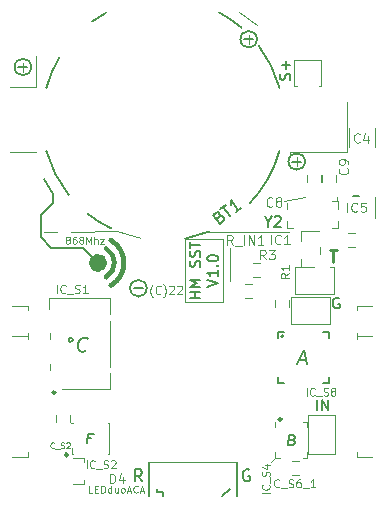
<source format=gto>
%TF.GenerationSoftware,KiCad,Pcbnew,(5.1.12)-1*%
%TF.CreationDate,2023-02-20T19:38:16+01:00*%
%TF.ProjectId,SolarSensorTagEFM32,536f6c61-7253-4656-9e73-6f7254616745,rev?*%
%TF.SameCoordinates,Original*%
%TF.FileFunction,Legend,Top*%
%TF.FilePolarity,Positive*%
%FSLAX46Y46*%
G04 Gerber Fmt 4.6, Leading zero omitted, Abs format (unit mm)*
G04 Created by KiCad (PCBNEW (5.1.12)-1) date 2023-02-20 19:38:16*
%MOMM*%
%LPD*%
G01*
G04 APERTURE LIST*
%ADD10C,0.120000*%
%ADD11C,0.200000*%
%ADD12C,0.150000*%
%ADD13C,0.250000*%
%ADD14C,0.800000*%
%ADD15C,0.400000*%
%ADD16C,0.240000*%
%ADD17C,0.100000*%
%ADD18R,1.200000X0.900000*%
%ADD19C,2.200000*%
%ADD20R,2.600000X5.100000*%
%ADD21C,17.000000*%
%ADD22C,1.850000*%
%ADD23R,1.500000X1.500000*%
%ADD24O,1.700000X1.700000*%
%ADD25C,1.700000*%
%ADD26R,0.800000X1.200000*%
%ADD27R,0.650000X1.200000*%
%ADD28R,0.600000X1.200000*%
%ADD29R,0.800000X1.800000*%
%ADD30R,1.700000X2.000000*%
%ADD31R,0.800000X0.800000*%
%ADD32R,0.350000X0.500000*%
%ADD33R,1.700000X1.700000*%
%ADD34R,0.900000X1.200000*%
G04 APERTURE END LIST*
D10*
X-3351866Y-1751733D02*
X-3385199Y-1718400D01*
X-3451866Y-1618400D01*
X-3485199Y-1551733D01*
X-3518533Y-1451733D01*
X-3551866Y-1285066D01*
X-3551866Y-1151733D01*
X-3518533Y-985066D01*
X-3485199Y-885066D01*
X-3451866Y-818400D01*
X-3385199Y-718400D01*
X-3351866Y-685066D01*
X-2685200Y-1418400D02*
X-2718533Y-1451733D01*
X-2818533Y-1485066D01*
X-2885200Y-1485066D01*
X-2985200Y-1451733D01*
X-3051866Y-1385066D01*
X-3085200Y-1318400D01*
X-3118533Y-1185066D01*
X-3118533Y-1085066D01*
X-3085200Y-951733D01*
X-3051866Y-885066D01*
X-2985200Y-818400D01*
X-2885200Y-785066D01*
X-2818533Y-785066D01*
X-2718533Y-818400D01*
X-2685200Y-851733D01*
X-2451866Y-1751733D02*
X-2418533Y-1718400D01*
X-2351866Y-1618400D01*
X-2318533Y-1551733D01*
X-2285200Y-1451733D01*
X-2251866Y-1285066D01*
X-2251866Y-1151733D01*
X-2285200Y-985066D01*
X-2318533Y-885066D01*
X-2351866Y-818400D01*
X-2418533Y-718400D01*
X-2451866Y-685066D01*
X-1951866Y-851733D02*
X-1918533Y-818400D01*
X-1851866Y-785066D01*
X-1685200Y-785066D01*
X-1618533Y-818400D01*
X-1585200Y-851733D01*
X-1551866Y-918400D01*
X-1551866Y-985066D01*
X-1585200Y-1085066D01*
X-1985200Y-1485066D01*
X-1551866Y-1485066D01*
X-1285200Y-851733D02*
X-1251866Y-818400D01*
X-1185200Y-785066D01*
X-1018533Y-785066D01*
X-951866Y-818400D01*
X-918533Y-851733D01*
X-885200Y-918400D01*
X-885200Y-985066D01*
X-918533Y-1085066D01*
X-1318533Y-1485066D01*
X-885200Y-1485066D01*
D11*
X-11938000Y2413000D02*
X-9271000Y2413000D01*
D10*
X3200400Y-431800D02*
X3200400Y2362200D01*
X7035800Y-15316200D02*
X6629400Y-15748000D01*
X7747000Y6375400D02*
X9550400Y6705600D01*
D11*
X-9271000Y2413000D02*
X-8001000Y1143000D01*
X-11811000Y6985000D02*
X-11811000Y6223000D01*
X-12827000Y3302000D02*
X-11938000Y2413000D01*
X-12827000Y5207000D02*
X-12827000Y3302000D01*
X-11811000Y6223000D02*
X-12827000Y5207000D01*
X-12573000Y8255000D02*
X-11811000Y6985000D01*
D10*
X2625000Y3160000D02*
X-635000Y3160000D01*
X2625000Y-2200000D02*
X2625000Y3160000D01*
X-635000Y-2200000D02*
X2625000Y-2200000D01*
X-635000Y3200000D02*
X-635000Y-2200000D01*
D12*
X673142Y-1806285D02*
X-226857Y-1806285D01*
X201714Y-1806285D02*
X201714Y-1291999D01*
X673142Y-1291999D02*
X-226857Y-1291999D01*
X673142Y-863428D02*
X-226857Y-863428D01*
X415999Y-563428D01*
X-226857Y-263428D01*
X673142Y-263428D01*
X630285Y808000D02*
X673142Y936571D01*
X673142Y1150857D01*
X630285Y1236571D01*
X587428Y1279428D01*
X501714Y1322285D01*
X416000Y1322285D01*
X330285Y1279428D01*
X287428Y1236571D01*
X244571Y1150857D01*
X201714Y979428D01*
X158857Y893714D01*
X116000Y850857D01*
X30285Y808000D01*
X-55428Y808000D01*
X-141142Y850857D01*
X-184000Y893714D01*
X-226857Y979428D01*
X-226857Y1193714D01*
X-183999Y1322285D01*
X630285Y1665142D02*
X673142Y1793714D01*
X673142Y2008000D01*
X630285Y2093714D01*
X587428Y2136571D01*
X501714Y2179428D01*
X416000Y2179428D01*
X330285Y2136571D01*
X287428Y2093714D01*
X244571Y2008000D01*
X201714Y1836571D01*
X158857Y1750857D01*
X116000Y1708000D01*
X30285Y1665142D01*
X-55428Y1665142D01*
X-141142Y1708000D01*
X-183999Y1750857D01*
X-226857Y1836571D01*
X-226857Y2050857D01*
X-183999Y2179428D01*
X-226857Y2436571D02*
X-226857Y2950857D01*
X673142Y2693714D02*
X-226857Y2693714D01*
X1273142Y-863428D02*
X2173142Y-563428D01*
X1273142Y-263428D01*
X2173142Y507999D02*
X2173142Y-6285D01*
X2173142Y250857D02*
X1273142Y250857D01*
X1401714Y165142D01*
X1487428Y79428D01*
X1530285Y-6285D01*
X2087428Y893714D02*
X2130285Y936571D01*
X2173142Y893714D01*
X2130285Y850857D01*
X2087428Y893714D01*
X2173142Y893714D01*
X1273142Y1493714D02*
X1273142Y1579428D01*
X1316000Y1665142D01*
X1358857Y1707999D01*
X1444571Y1750857D01*
X1616000Y1793714D01*
X1830285Y1793714D01*
X2001714Y1750857D01*
X2087428Y1707999D01*
X2130285Y1665142D01*
X2173142Y1579428D01*
X2173142Y1493714D01*
X2130285Y1407999D01*
X2087428Y1365142D01*
X2001714Y1322285D01*
X1830285Y1279428D01*
X1616000Y1279428D01*
X1444571Y1322285D01*
X1358857Y1365142D01*
X1316000Y1407999D01*
X1273142Y1493714D01*
X-4953000Y-1016000D02*
X-4191000Y-1016000D01*
D10*
X8826500Y9334500D02*
X8826500Y10096500D01*
D12*
X9526500Y9726500D02*
G75*
G03*
X9526500Y9726500I-700000J0D01*
G01*
X8445500Y9715500D02*
X9207500Y9715500D01*
D10*
X4762500Y19685000D02*
X4762500Y20447000D01*
D12*
X5462500Y20077000D02*
G75*
G03*
X5462500Y20077000I-700000J0D01*
G01*
X4381500Y20066000D02*
X5143500Y20066000D01*
D10*
X-14351000Y17335500D02*
X-14351000Y18097500D01*
D12*
X-14732000Y17716500D02*
X-13970000Y17716500D01*
X-13651000Y17727500D02*
G75*
G03*
X-13651000Y17727500I-700000J0D01*
G01*
X-3872000Y-1005000D02*
G75*
G03*
X-3872000Y-1005000I-700000J0D01*
G01*
D11*
X8238285Y16648214D02*
X8281142Y16776785D01*
X8281142Y16991071D01*
X8238285Y17076785D01*
X8195428Y17119642D01*
X8109714Y17162500D01*
X8024000Y17162500D01*
X7938285Y17119642D01*
X7895428Y17076785D01*
X7852571Y16991071D01*
X7809714Y16819642D01*
X7766857Y16733928D01*
X7724000Y16691071D01*
X7638285Y16648214D01*
X7552571Y16648214D01*
X7466857Y16691071D01*
X7424000Y16733928D01*
X7381142Y16819642D01*
X7381142Y17033928D01*
X7424000Y17162500D01*
X7938285Y17548214D02*
X7938285Y18233928D01*
X8281142Y17891071D02*
X7595428Y17891071D01*
D12*
X-8547187Y-13712857D02*
X-8880520Y-13712857D01*
X-8932901Y-14131904D02*
X-8832901Y-13331904D01*
X-8356711Y-13331904D01*
D11*
X-10291607Y-5182857D02*
X-10413035Y-5240000D01*
X-10484464Y-5354285D01*
X-10441607Y-5468571D01*
X-10334464Y-5525714D01*
X-10213035Y-5468571D01*
X-10141607Y-5354285D01*
X-10184464Y-5240000D01*
X-10291607Y-5182857D01*
X-8998750Y-6268571D02*
X-9063035Y-6325714D01*
X-9241607Y-6382857D01*
X-9355892Y-6382857D01*
X-9520178Y-6325714D01*
X-9620178Y-6211428D01*
X-9663035Y-6097142D01*
X-9691607Y-5868571D01*
X-9670178Y-5697142D01*
X-9584464Y-5468571D01*
X-9513035Y-5354285D01*
X-9384464Y-5240000D01*
X-9205892Y-5182857D01*
X-9091607Y-5182857D01*
X-8927321Y-5240000D01*
X-8877321Y-5297142D01*
X4833904Y-16391000D02*
X4738666Y-16343380D01*
X4595809Y-16343380D01*
X4452952Y-16391000D01*
X4357714Y-16486238D01*
X4310095Y-16581476D01*
X4262476Y-16771952D01*
X4262476Y-16914809D01*
X4310095Y-17105285D01*
X4357714Y-17200523D01*
X4452952Y-17295761D01*
X4595809Y-17343380D01*
X4691047Y-17343380D01*
X4833904Y-17295761D01*
X4881523Y-17248142D01*
X4881523Y-16914809D01*
X4691047Y-16914809D01*
X-4262476Y-17343380D02*
X-4595809Y-16867190D01*
X-4833904Y-17343380D02*
X-4833904Y-16343380D01*
X-4452952Y-16343380D01*
X-4357714Y-16391000D01*
X-4310095Y-16438619D01*
X-4262476Y-16533857D01*
X-4262476Y-16676714D01*
X-4310095Y-16771952D01*
X-4357714Y-16819571D01*
X-4452952Y-16867190D01*
X-4833904Y-16867190D01*
D12*
X8449151Y-13835714D02*
X8586651Y-13878571D01*
X8628913Y-13921428D01*
X8665818Y-14007142D01*
X8649747Y-14135714D01*
X8591413Y-14221428D01*
X8538437Y-14264285D01*
X8437842Y-14307142D01*
X8056889Y-14307142D01*
X8169389Y-13407142D01*
X8502723Y-13407142D01*
X8592604Y-13450000D01*
X8634866Y-13492857D01*
X8671770Y-13578571D01*
X8661056Y-13664285D01*
X8602723Y-13750000D01*
X8549747Y-13792857D01*
X8449151Y-13835714D01*
X8115818Y-13835714D01*
X9037598Y-7058000D02*
X9609026Y-7058000D01*
X8880455Y-7400857D02*
X9430455Y-6200857D01*
X9680455Y-7400857D01*
X10577571Y-11329142D02*
X10577571Y-10429142D01*
X11006142Y-11329142D02*
X11006142Y-10429142D01*
X11520428Y-11329142D01*
X11520428Y-10429142D01*
D11*
X12453904Y-1850000D02*
X12358666Y-1807142D01*
X12215809Y-1807142D01*
X12072952Y-1850000D01*
X11977714Y-1935714D01*
X11930095Y-2021428D01*
X11882476Y-2192857D01*
X11882476Y-2321428D01*
X11930095Y-2492857D01*
X11977714Y-2578571D01*
X12072952Y-2664285D01*
X12215809Y-2707142D01*
X12311047Y-2707142D01*
X12453904Y-2664285D01*
X12501523Y-2621428D01*
X12501523Y-2321428D01*
X12311047Y-2321428D01*
D13*
X11652285Y2198619D02*
X12223714Y2198619D01*
X11938000Y1198619D02*
X11938000Y2198619D01*
D10*
%TO.C,D7*%
X13762000Y2448000D02*
X13162000Y2448000D01*
X13162000Y3648000D02*
X13762000Y3648000D01*
D14*
%TO.C,RF1*%
X-7601000Y1143000D02*
G75*
G03*
X-7601000Y1143000I-400000J0D01*
G01*
D15*
X-6896891Y3050628D02*
G75*
G02*
X-6901000Y-767000I-1104109J-1907628D01*
G01*
X-7303109Y2354218D02*
G75*
G02*
X-7301000Y-67000I-697891J-1211218D01*
G01*
D10*
%TO.C,IC_S2*%
X-7026000Y-14916000D02*
X-7026000Y-12416000D01*
X-10136000Y-12416000D02*
X-10246000Y-12416000D01*
X-10136000Y-15016000D02*
X-10236000Y-15016000D01*
X-10236000Y-15016000D02*
X-10236000Y-14516000D01*
X-7026000Y-15016000D02*
X-7136000Y-15016000D01*
X-7036000Y-12416000D02*
X-7136000Y-12416000D01*
D16*
X-10548000Y-15113000D02*
G75*
G03*
X-10548000Y-15113000I-120000J0D01*
G01*
D10*
%TO.C,BT1*%
X8250000Y10550000D02*
X8250000Y10100000D01*
X5501000Y21301000D02*
X3977000Y22350000D01*
X8200000Y3800000D02*
X1400000Y3800000D01*
X-12533000Y3800000D02*
X-11500000Y3800000D01*
X8250000Y10550000D02*
X13050000Y10550000D01*
X13050000Y10550000D02*
X13050000Y14800000D01*
X-13250000Y16050000D02*
X-15454000Y16050000D01*
X-15454000Y10550000D02*
X-13250000Y10550000D01*
X-13250000Y16050000D02*
X-13250000Y18634000D01*
X-10300000Y3800000D02*
X-6346385Y3801464D01*
X-4393045Y3228592D02*
G75*
G02*
X-6346385Y3801464I1893045J10071408D01*
G01*
D12*
X1408675Y3795146D02*
G75*
G02*
X-600000Y3200000I-3908675J9504854D01*
G01*
X7362705Y10606188D02*
G75*
G02*
X4845000Y6188001I-9862705J2693812D01*
G01*
X5617898Y19515265D02*
G75*
G02*
X7370000Y15966999I-8117898J-6215265D01*
G01*
X2272138Y22340553D02*
G75*
G02*
X4170000Y21047000I-4772138J-9040553D01*
G01*
X-8489571Y21583449D02*
G75*
G02*
X-7315000Y22316999I5989571J-8283449D01*
G01*
X-12369058Y15957054D02*
G75*
G02*
X-11275000Y18540000I9869058J-2657054D01*
G01*
X-10465596Y6890704D02*
G75*
G02*
X-12370000Y10633001I7965596J6409296D01*
G01*
X-6871970Y4057459D02*
G75*
G02*
X-8867000Y5300000I4371970J9242541D01*
G01*
D11*
%TO.C,IC_S8*%
X7698000Y-5058000D02*
G75*
G03*
X7698000Y-5058000I-100000J0D01*
G01*
D12*
X11548000Y-4708000D02*
X11548000Y-5208000D01*
X7248000Y-9008000D02*
X7248000Y-8508000D01*
X11548000Y-9008000D02*
X11548000Y-8508000D01*
X7248000Y-4708000D02*
X7748000Y-4708000D01*
X7248000Y-9008000D02*
X7748000Y-9008000D01*
X11548000Y-9008000D02*
X11048000Y-9008000D01*
X11548000Y-4708000D02*
X11048000Y-4708000D01*
X7248000Y-4708000D02*
X7248000Y-5208000D01*
D16*
%TO.C,IC_S1*%
X-11605000Y-9815000D02*
G75*
G03*
X-11605000Y-9815000I-120000J0D01*
G01*
D10*
X-6965000Y-5715000D02*
X-6965000Y-3765000D01*
X-6965000Y-5715000D02*
X-6965000Y-7665000D01*
X-12085000Y-5315000D02*
X-12085000Y-4815000D01*
X-12085000Y-7415000D02*
X-12085000Y-7915000D01*
X-6950000Y-9565000D02*
X-11075000Y-9565000D01*
X-6950000Y-9565000D02*
X-6950000Y-8215000D01*
X-6975000Y-3190000D02*
X-6975000Y-1865000D01*
X-6975000Y-1865000D02*
X-12100000Y-1865000D01*
X-12100000Y-2740000D02*
X-12100000Y-1865000D01*
D12*
%TO.C,D4*%
X3200000Y-17991000D02*
X2500000Y-18591000D01*
X-2500000Y-18291000D02*
X-2500000Y-18591000D01*
X-3000000Y-18291000D02*
X-2500000Y-18291000D01*
X-3000000Y-17991000D02*
X-3000000Y-18291000D01*
X-3700000Y-15691000D02*
X-3700000Y-18591000D01*
X3800000Y-15691000D02*
X3800000Y-18591000D01*
D10*
X-3700000Y-15691000D02*
X3800000Y-15691000D01*
%TO.C,J2*%
X-9170000Y-17270000D02*
X-9170000Y-17600000D01*
X-9170000Y-15400000D02*
X-10100000Y-15400000D01*
X-9170000Y-15750000D02*
X-9170000Y-15420000D01*
X-10100000Y-17600000D02*
X-9170000Y-17600000D01*
%TO.C,SP1*%
X10721000Y16095000D02*
X10921000Y16095000D01*
X8621000Y16095000D02*
X8821000Y16095000D01*
X8621000Y18288000D02*
X8621000Y16095000D01*
X10921000Y18281000D02*
X10921000Y16095000D01*
X8621000Y18288000D02*
X10921000Y18288000D01*
%TO.C,R3*%
X5697500Y-28500D02*
X5097500Y-28500D01*
X5097500Y1171500D02*
X5697500Y1171500D01*
D12*
%TO.C,IC5*%
X13593000Y6842000D02*
X14093000Y6842000D01*
D10*
X12233000Y6742000D02*
X12233000Y6392000D01*
X15453000Y4942000D02*
X15453000Y6742000D01*
%TO.C,Y2*%
X8010000Y4057000D02*
X8518000Y4057000D01*
X8010000Y5715000D02*
X8010000Y6223000D01*
X8010000Y4057000D02*
X8010000Y4707000D01*
X12310000Y4057000D02*
X12310000Y4699000D01*
X11802000Y6357000D02*
X12310000Y6357000D01*
X12310000Y5715000D02*
X12310000Y6357000D01*
X11802000Y4057000D02*
X12310000Y4057000D01*
%TO.C,TA1*%
X11662400Y762000D02*
X11962400Y762000D01*
X8662400Y-1524000D02*
X11962400Y-1524000D01*
X8662400Y762000D02*
X8662400Y-1524000D01*
X11962400Y762000D02*
X11962400Y-1524000D01*
X8662400Y762000D02*
X10312400Y762000D01*
%TO.C,C4*%
X13281000Y10966800D02*
X13281000Y12566800D01*
X15421000Y12566800D02*
X15421000Y10966800D01*
%TO.C,IC1*%
X10785500Y1925000D02*
X10785500Y2525000D01*
X9225500Y3805000D02*
X10685500Y3805000D01*
X9235500Y775000D02*
X9235500Y1475000D01*
X9225500Y3805000D02*
X9225500Y2975000D01*
D16*
%TO.C,IC_S4*%
X7552000Y-12093000D02*
G75*
G03*
X7552000Y-12093000I-120000J0D01*
G01*
D17*
X7032000Y-15343000D02*
X7382000Y-15343000D01*
X7032000Y-15343000D02*
X7032000Y-14893000D01*
X9732000Y-15343000D02*
X9732000Y-14893000D01*
X9732000Y-15343000D02*
X9382000Y-15343000D01*
X9382000Y-12343000D02*
X9732000Y-12343000D01*
X9732000Y-12343000D02*
X9732000Y-12793000D01*
X7032000Y-12793000D02*
X7032000Y-12343000D01*
D10*
%TO.C,J1*%
X-13910000Y-4810000D02*
X-13910000Y-5310000D01*
X-13910000Y-2480000D02*
X-15240000Y-2480000D01*
X-13910000Y-2810000D02*
X-13910000Y-2480000D01*
X-15240000Y-5080000D02*
X-13910000Y-5080000D01*
X-13910000Y-14910000D02*
X-13910000Y-15300000D01*
X-15240000Y-15300000D02*
X-13910000Y-15300000D01*
%TO.C,J5*%
X13910000Y-4810000D02*
X13910000Y-5310000D01*
X13910000Y-2480000D02*
X15240000Y-2480000D01*
X13910000Y-2810000D02*
X13910000Y-2480000D01*
X15240000Y-5080000D02*
X13910000Y-5080000D01*
X13910000Y-14910000D02*
X13910000Y-15300000D01*
X15240000Y-15300000D02*
X13910000Y-15300000D01*
%TO.C,C8*%
X9661600Y7962800D02*
X9661600Y8562800D01*
X10861600Y8562800D02*
X10861600Y7962800D01*
%TO.C,R_IN1*%
X4475200Y-670000D02*
X5075200Y-670000D01*
X5075200Y-1870000D02*
X4475200Y-1870000D01*
%TO.C,C9*%
X10982400Y7980400D02*
X10982400Y8580400D01*
X12182400Y8580400D02*
X12182400Y7980400D01*
%TO.C,R1*%
X8220000Y-1986000D02*
X8220000Y-2586000D01*
X7020000Y-2586000D02*
X7020000Y-1986000D01*
%TO.C,C_S6_1*%
X8404400Y-15605200D02*
X9004400Y-15605200D01*
X9004400Y-16805200D02*
X8404400Y-16805200D01*
%TO.C,C_S2*%
X-11522000Y-12365000D02*
X-11522000Y-11765000D01*
X-10322000Y-11765000D02*
X-10322000Y-12365000D01*
%TO.C,IN1*%
X12065000Y-11760200D02*
X12065000Y-15062200D01*
X12065000Y-15062200D02*
X9779000Y-15062200D01*
X12065000Y-11760200D02*
X9779000Y-11760200D01*
X9779000Y-11760200D02*
X9779000Y-15062200D01*
%TO.C,SP2*%
X8382000Y-4064000D02*
X11684000Y-4064000D01*
X8382000Y-1778000D02*
X8382000Y-4064000D01*
X11684000Y-1778000D02*
X11684000Y-4064000D01*
X8382000Y-1778000D02*
X11684000Y-1778000D01*
%TO.C,RF1*%
D17*
X-10605600Y3119428D02*
X-10662742Y3148000D01*
X-10691314Y3176571D01*
X-10719885Y3233714D01*
X-10719885Y3262285D01*
X-10691314Y3319428D01*
X-10662742Y3348000D01*
X-10605600Y3376571D01*
X-10491314Y3376571D01*
X-10434171Y3348000D01*
X-10405600Y3319428D01*
X-10377028Y3262285D01*
X-10377028Y3233714D01*
X-10405600Y3176571D01*
X-10434171Y3148000D01*
X-10491314Y3119428D01*
X-10605600Y3119428D01*
X-10662742Y3090857D01*
X-10691314Y3062285D01*
X-10719885Y3005142D01*
X-10719885Y2890857D01*
X-10691314Y2833714D01*
X-10662742Y2805142D01*
X-10605600Y2776571D01*
X-10491314Y2776571D01*
X-10434171Y2805142D01*
X-10405600Y2833714D01*
X-10377028Y2890857D01*
X-10377028Y3005142D01*
X-10405600Y3062285D01*
X-10434171Y3090857D01*
X-10491314Y3119428D01*
X-9862742Y3376571D02*
X-9977028Y3376571D01*
X-10034171Y3348000D01*
X-10062742Y3319428D01*
X-10119885Y3233714D01*
X-10148457Y3119428D01*
X-10148457Y2890857D01*
X-10119885Y2833714D01*
X-10091314Y2805142D01*
X-10034171Y2776571D01*
X-9919885Y2776571D01*
X-9862742Y2805142D01*
X-9834171Y2833714D01*
X-9805600Y2890857D01*
X-9805600Y3033714D01*
X-9834171Y3090857D01*
X-9862742Y3119428D01*
X-9919885Y3148000D01*
X-10034171Y3148000D01*
X-10091314Y3119428D01*
X-10119885Y3090857D01*
X-10148457Y3033714D01*
X-9462742Y3119428D02*
X-9519885Y3148000D01*
X-9548457Y3176571D01*
X-9577028Y3233714D01*
X-9577028Y3262285D01*
X-9548457Y3319428D01*
X-9519885Y3348000D01*
X-9462742Y3376571D01*
X-9348457Y3376571D01*
X-9291314Y3348000D01*
X-9262742Y3319428D01*
X-9234171Y3262285D01*
X-9234171Y3233714D01*
X-9262742Y3176571D01*
X-9291314Y3148000D01*
X-9348457Y3119428D01*
X-9462742Y3119428D01*
X-9519885Y3090857D01*
X-9548457Y3062285D01*
X-9577028Y3005142D01*
X-9577028Y2890857D01*
X-9548457Y2833714D01*
X-9519885Y2805142D01*
X-9462742Y2776571D01*
X-9348457Y2776571D01*
X-9291314Y2805142D01*
X-9262742Y2833714D01*
X-9234171Y2890857D01*
X-9234171Y3005142D01*
X-9262742Y3062285D01*
X-9291314Y3090857D01*
X-9348457Y3119428D01*
X-8977028Y2776571D02*
X-8977028Y3376571D01*
X-8777028Y2948000D01*
X-8577028Y3376571D01*
X-8577028Y2776571D01*
X-8291314Y2776571D02*
X-8291314Y3376571D01*
X-8034171Y2776571D02*
X-8034171Y3090857D01*
X-8062742Y3148000D01*
X-8119885Y3176571D01*
X-8205600Y3176571D01*
X-8262742Y3148000D01*
X-8291314Y3119428D01*
X-7805600Y3176571D02*
X-7491314Y3176571D01*
X-7805600Y2776571D01*
X-7491314Y2776571D01*
%TO.C,IC_S2*%
X-8957000Y-16224371D02*
X-8957000Y-15564371D01*
X-8265571Y-16161514D02*
X-8297000Y-16192942D01*
X-8391285Y-16224371D01*
X-8454142Y-16224371D01*
X-8548428Y-16192942D01*
X-8611285Y-16130085D01*
X-8642714Y-16067228D01*
X-8674142Y-15941514D01*
X-8674142Y-15847228D01*
X-8642714Y-15721514D01*
X-8611285Y-15658657D01*
X-8548428Y-15595800D01*
X-8454142Y-15564371D01*
X-8391285Y-15564371D01*
X-8297000Y-15595800D01*
X-8265571Y-15627228D01*
X-8139857Y-16287228D02*
X-7637000Y-16287228D01*
X-7511285Y-16192942D02*
X-7417000Y-16224371D01*
X-7259857Y-16224371D01*
X-7197000Y-16192942D01*
X-7165571Y-16161514D01*
X-7134142Y-16098657D01*
X-7134142Y-16035800D01*
X-7165571Y-15972942D01*
X-7197000Y-15941514D01*
X-7259857Y-15910085D01*
X-7385571Y-15878657D01*
X-7448428Y-15847228D01*
X-7479857Y-15815800D01*
X-7511285Y-15752942D01*
X-7511285Y-15690085D01*
X-7479857Y-15627228D01*
X-7448428Y-15595800D01*
X-7385571Y-15564371D01*
X-7228428Y-15564371D01*
X-7134142Y-15595800D01*
X-6882714Y-15627228D02*
X-6851285Y-15595800D01*
X-6788428Y-15564371D01*
X-6631285Y-15564371D01*
X-6568428Y-15595800D01*
X-6537000Y-15627228D01*
X-6505571Y-15690085D01*
X-6505571Y-15752942D01*
X-6537000Y-15847228D01*
X-6914142Y-16224371D01*
X-6505571Y-16224371D01*
%TO.C,BT1*%
D12*
X2257872Y5033552D02*
X2399763Y5083979D01*
X2466604Y5075772D01*
X2562763Y5030041D01*
X2650714Y4917468D01*
X2671825Y4813102D01*
X2663617Y4746260D01*
X2617886Y4650102D01*
X2317691Y4415564D01*
X1702030Y5203575D01*
X1964700Y5408795D01*
X2069066Y5429905D01*
X2135908Y5421698D01*
X2232066Y5375967D01*
X2290701Y5300918D01*
X2311811Y5196552D01*
X2303604Y5129711D01*
X2257872Y5033552D01*
X1995202Y4828331D01*
X2377468Y5731285D02*
X2827760Y6083091D01*
X3218275Y5119177D02*
X2602614Y5907188D01*
X4118859Y5822790D02*
X3668567Y5470984D01*
X3893713Y5646887D02*
X3278051Y6434898D01*
X3290954Y6263690D01*
X3274540Y6130007D01*
X3228809Y6033848D01*
%TO.C,IC_S8*%
D17*
X9661199Y-10102971D02*
X9661199Y-9442971D01*
X10352628Y-10040114D02*
X10321199Y-10071542D01*
X10226914Y-10102971D01*
X10164057Y-10102971D01*
X10069771Y-10071542D01*
X10006914Y-10008685D01*
X9975485Y-9945828D01*
X9944057Y-9820114D01*
X9944057Y-9725828D01*
X9975485Y-9600114D01*
X10006914Y-9537257D01*
X10069771Y-9474400D01*
X10164057Y-9442971D01*
X10226914Y-9442971D01*
X10321199Y-9474400D01*
X10352628Y-9505828D01*
X10478342Y-10165828D02*
X10981200Y-10165828D01*
X11106914Y-10071542D02*
X11201200Y-10102971D01*
X11358342Y-10102971D01*
X11421200Y-10071542D01*
X11452628Y-10040114D01*
X11484057Y-9977257D01*
X11484057Y-9914400D01*
X11452628Y-9851542D01*
X11421200Y-9820114D01*
X11358342Y-9788685D01*
X11232628Y-9757257D01*
X11169771Y-9725828D01*
X11138342Y-9694400D01*
X11106914Y-9631542D01*
X11106914Y-9568685D01*
X11138342Y-9505828D01*
X11169771Y-9474400D01*
X11232628Y-9442971D01*
X11389771Y-9442971D01*
X11484057Y-9474400D01*
X11861200Y-9725828D02*
X11798342Y-9694400D01*
X11766914Y-9662971D01*
X11735485Y-9600114D01*
X11735485Y-9568685D01*
X11766914Y-9505828D01*
X11798342Y-9474400D01*
X11861200Y-9442971D01*
X11986914Y-9442971D01*
X12049771Y-9474400D01*
X12081200Y-9505828D01*
X12112628Y-9568685D01*
X12112628Y-9600114D01*
X12081200Y-9662971D01*
X12049771Y-9694400D01*
X11986914Y-9725828D01*
X11861200Y-9725828D01*
X11798342Y-9757257D01*
X11766914Y-9788685D01*
X11735485Y-9851542D01*
X11735485Y-9977257D01*
X11766914Y-10040114D01*
X11798342Y-10071542D01*
X11861200Y-10102971D01*
X11986914Y-10102971D01*
X12049771Y-10071542D01*
X12081200Y-10040114D01*
X12112628Y-9977257D01*
X12112628Y-9851542D01*
X12081200Y-9788685D01*
X12049771Y-9757257D01*
X11986914Y-9725828D01*
%TO.C,IC_S1*%
D10*
X-11468733Y-1408866D02*
X-11468733Y-708866D01*
X-10735400Y-1342200D02*
X-10768733Y-1375533D01*
X-10868733Y-1408866D01*
X-10935400Y-1408866D01*
X-11035400Y-1375533D01*
X-11102066Y-1308866D01*
X-11135400Y-1242200D01*
X-11168733Y-1108866D01*
X-11168733Y-1008866D01*
X-11135400Y-875533D01*
X-11102066Y-808866D01*
X-11035400Y-742200D01*
X-10935400Y-708866D01*
X-10868733Y-708866D01*
X-10768733Y-742200D01*
X-10735400Y-775533D01*
X-10602066Y-1475533D02*
X-10068733Y-1475533D01*
X-9935400Y-1375533D02*
X-9835400Y-1408866D01*
X-9668733Y-1408866D01*
X-9602066Y-1375533D01*
X-9568733Y-1342200D01*
X-9535400Y-1275533D01*
X-9535400Y-1208866D01*
X-9568733Y-1142200D01*
X-9602066Y-1108866D01*
X-9668733Y-1075533D01*
X-9802066Y-1042200D01*
X-9868733Y-1008866D01*
X-9902066Y-975533D01*
X-9935400Y-908866D01*
X-9935400Y-842200D01*
X-9902066Y-775533D01*
X-9868733Y-742200D01*
X-9802066Y-708866D01*
X-9635400Y-708866D01*
X-9535400Y-742200D01*
X-8868733Y-1408866D02*
X-9268733Y-1408866D01*
X-9068733Y-1408866D02*
X-9068733Y-708866D01*
X-9135400Y-808866D01*
X-9202066Y-875533D01*
X-9268733Y-908866D01*
%TO.C,D4*%
X-6986628Y-17506904D02*
X-6986628Y-16706904D01*
X-6796152Y-16706904D01*
X-6681866Y-16745000D01*
X-6605676Y-16821190D01*
X-6567580Y-16897380D01*
X-6529485Y-17049761D01*
X-6529485Y-17164047D01*
X-6567580Y-17316428D01*
X-6605676Y-17392619D01*
X-6681866Y-17468809D01*
X-6796152Y-17506904D01*
X-6986628Y-17506904D01*
X-5843771Y-16973571D02*
X-5843771Y-17506904D01*
X-6034247Y-16668809D02*
X-6224723Y-17240238D01*
X-5729485Y-17240238D01*
D17*
X-8459142Y-18305428D02*
X-8744857Y-18305428D01*
X-8744857Y-17705428D01*
X-8259142Y-17991142D02*
X-8059142Y-17991142D01*
X-7973428Y-18305428D02*
X-8259142Y-18305428D01*
X-8259142Y-17705428D01*
X-7973428Y-17705428D01*
X-7716285Y-18305428D02*
X-7716285Y-17705428D01*
X-7573428Y-17705428D01*
X-7487714Y-17734000D01*
X-7430571Y-17791142D01*
X-7402000Y-17848285D01*
X-7373428Y-17962571D01*
X-7373428Y-18048285D01*
X-7402000Y-18162571D01*
X-7430571Y-18219714D01*
X-7487714Y-18276857D01*
X-7573428Y-18305428D01*
X-7716285Y-18305428D01*
X-6859142Y-18305428D02*
X-6859142Y-17705428D01*
X-6859142Y-18276857D02*
X-6916285Y-18305428D01*
X-7030571Y-18305428D01*
X-7087714Y-18276857D01*
X-7116285Y-18248285D01*
X-7144857Y-18191142D01*
X-7144857Y-18019714D01*
X-7116285Y-17962571D01*
X-7087714Y-17934000D01*
X-7030571Y-17905428D01*
X-6916285Y-17905428D01*
X-6859142Y-17934000D01*
X-6316285Y-17905428D02*
X-6316285Y-18305428D01*
X-6573428Y-17905428D02*
X-6573428Y-18219714D01*
X-6544857Y-18276857D01*
X-6487714Y-18305428D01*
X-6402000Y-18305428D01*
X-6344857Y-18276857D01*
X-6316285Y-18248285D01*
X-5944857Y-18305428D02*
X-6002000Y-18276857D01*
X-6030571Y-18248285D01*
X-6059142Y-18191142D01*
X-6059142Y-18019714D01*
X-6030571Y-17962571D01*
X-6002000Y-17934000D01*
X-5944857Y-17905428D01*
X-5859142Y-17905428D01*
X-5802000Y-17934000D01*
X-5773428Y-17962571D01*
X-5744857Y-18019714D01*
X-5744857Y-18191142D01*
X-5773428Y-18248285D01*
X-5802000Y-18276857D01*
X-5859142Y-18305428D01*
X-5944857Y-18305428D01*
X-5516285Y-18134000D02*
X-5230571Y-18134000D01*
X-5573428Y-18305428D02*
X-5373428Y-17705428D01*
X-5173428Y-18305428D01*
X-4630571Y-18248285D02*
X-4659142Y-18276857D01*
X-4744857Y-18305428D01*
X-4802000Y-18305428D01*
X-4887714Y-18276857D01*
X-4944857Y-18219714D01*
X-4973428Y-18162571D01*
X-5002000Y-18048285D01*
X-5002000Y-17962571D01*
X-4973428Y-17848285D01*
X-4944857Y-17791142D01*
X-4887714Y-17734000D01*
X-4802000Y-17705428D01*
X-4744857Y-17705428D01*
X-4659142Y-17734000D01*
X-4630571Y-17762571D01*
X-4402000Y-18134000D02*
X-4116285Y-18134000D01*
X-4459142Y-18305428D02*
X-4259142Y-17705428D01*
X-4059142Y-18305428D01*
%TO.C,R3*%
D10*
X6191266Y1441495D02*
X5924600Y1822447D01*
X5734123Y1441495D02*
X5734123Y2241495D01*
X6038885Y2241495D01*
X6115076Y2203400D01*
X6153171Y2165304D01*
X6191266Y2089114D01*
X6191266Y1974828D01*
X6153171Y1898638D01*
X6115076Y1860542D01*
X6038885Y1822447D01*
X5734123Y1822447D01*
X6457933Y2241495D02*
X6953171Y2241495D01*
X6686504Y1936733D01*
X6800790Y1936733D01*
X6876980Y1898638D01*
X6915076Y1860542D01*
X6953171Y1784352D01*
X6953171Y1593876D01*
X6915076Y1517685D01*
X6876980Y1479590D01*
X6800790Y1441495D01*
X6572219Y1441495D01*
X6496028Y1479590D01*
X6457933Y1517685D01*
%TO.C,IC5*%
X13119047Y5466190D02*
X13119047Y6226190D01*
X13957142Y5538571D02*
X13919047Y5502380D01*
X13804761Y5466190D01*
X13728571Y5466190D01*
X13614285Y5502380D01*
X13538095Y5574761D01*
X13500000Y5647142D01*
X13461904Y5791904D01*
X13461904Y5900476D01*
X13500000Y6045238D01*
X13538095Y6117619D01*
X13614285Y6190000D01*
X13728571Y6226190D01*
X13804761Y6226190D01*
X13919047Y6190000D01*
X13957142Y6153809D01*
X14680952Y6226190D02*
X14300000Y6226190D01*
X14261904Y5864285D01*
X14300000Y5900476D01*
X14376190Y5936666D01*
X14566666Y5936666D01*
X14642857Y5900476D01*
X14680952Y5864285D01*
X14719047Y5791904D01*
X14719047Y5610952D01*
X14680952Y5538571D01*
X14642857Y5502380D01*
X14566666Y5466190D01*
X14376190Y5466190D01*
X14300000Y5502380D01*
X14261904Y5538571D01*
%TO.C,Y2*%
D12*
X6404028Y4644228D02*
X6404028Y4215657D01*
X6104028Y5115657D02*
X6404028Y4644228D01*
X6704028Y5115657D01*
X6961171Y5029942D02*
X7004028Y5072800D01*
X7089742Y5115657D01*
X7304028Y5115657D01*
X7389742Y5072800D01*
X7432600Y5029942D01*
X7475457Y4944228D01*
X7475457Y4858514D01*
X7432600Y4729942D01*
X6918314Y4215657D01*
X7475457Y4215657D01*
%TO.C,C4*%
D10*
X14154166Y11398285D02*
X14116071Y11360190D01*
X14001785Y11322095D01*
X13925595Y11322095D01*
X13811309Y11360190D01*
X13735119Y11436380D01*
X13697023Y11512571D01*
X13658928Y11664952D01*
X13658928Y11779238D01*
X13697023Y11931619D01*
X13735119Y12007809D01*
X13811309Y12084000D01*
X13925595Y12122095D01*
X14001785Y12122095D01*
X14116071Y12084000D01*
X14154166Y12045904D01*
X14839880Y11855428D02*
X14839880Y11322095D01*
X14649404Y12160190D02*
X14458928Y11588761D01*
X14954166Y11588761D01*
%TO.C,IC1*%
X6653219Y2711495D02*
X6653219Y3511495D01*
X7491314Y2787685D02*
X7453219Y2749590D01*
X7338933Y2711495D01*
X7262742Y2711495D01*
X7148457Y2749590D01*
X7072266Y2825780D01*
X7034171Y2901971D01*
X6996076Y3054352D01*
X6996076Y3168638D01*
X7034171Y3321019D01*
X7072266Y3397209D01*
X7148457Y3473400D01*
X7262742Y3511495D01*
X7338933Y3511495D01*
X7453219Y3473400D01*
X7491314Y3435304D01*
X8253219Y2711495D02*
X7796076Y2711495D01*
X8024647Y2711495D02*
X8024647Y3511495D01*
X7948457Y3397209D01*
X7872266Y3321019D01*
X7796076Y3282923D01*
%TO.C,IC_S4*%
D17*
X6546971Y-18345257D02*
X5886971Y-18345257D01*
X6484114Y-17653828D02*
X6515542Y-17685257D01*
X6546971Y-17779542D01*
X6546971Y-17842400D01*
X6515542Y-17936685D01*
X6452685Y-17999542D01*
X6389828Y-18030971D01*
X6264114Y-18062400D01*
X6169828Y-18062400D01*
X6044114Y-18030971D01*
X5981257Y-17999542D01*
X5918400Y-17936685D01*
X5886971Y-17842400D01*
X5886971Y-17779542D01*
X5918400Y-17685257D01*
X5949828Y-17653828D01*
X6609828Y-17528114D02*
X6609828Y-17025257D01*
X6515542Y-16899542D02*
X6546971Y-16805257D01*
X6546971Y-16648114D01*
X6515542Y-16585257D01*
X6484114Y-16553828D01*
X6421257Y-16522400D01*
X6358400Y-16522400D01*
X6295542Y-16553828D01*
X6264114Y-16585257D01*
X6232685Y-16648114D01*
X6201257Y-16773828D01*
X6169828Y-16836685D01*
X6138400Y-16868114D01*
X6075542Y-16899542D01*
X6012685Y-16899542D01*
X5949828Y-16868114D01*
X5918400Y-16836685D01*
X5886971Y-16773828D01*
X5886971Y-16616685D01*
X5918400Y-16522400D01*
X6106971Y-15956685D02*
X6546971Y-15956685D01*
X5855542Y-16113828D02*
X6326971Y-16270971D01*
X6326971Y-15862400D01*
%TO.C,C8*%
D10*
X6775466Y5962685D02*
X6737371Y5924590D01*
X6623085Y5886495D01*
X6546895Y5886495D01*
X6432609Y5924590D01*
X6356419Y6000780D01*
X6318323Y6076971D01*
X6280228Y6229352D01*
X6280228Y6343638D01*
X6318323Y6496019D01*
X6356419Y6572209D01*
X6432609Y6648400D01*
X6546895Y6686495D01*
X6623085Y6686495D01*
X6737371Y6648400D01*
X6775466Y6610304D01*
X7232609Y6343638D02*
X7156419Y6381733D01*
X7118323Y6419828D01*
X7080228Y6496019D01*
X7080228Y6534114D01*
X7118323Y6610304D01*
X7156419Y6648400D01*
X7232609Y6686495D01*
X7384990Y6686495D01*
X7461180Y6648400D01*
X7499276Y6610304D01*
X7537371Y6534114D01*
X7537371Y6496019D01*
X7499276Y6419828D01*
X7461180Y6381733D01*
X7384990Y6343638D01*
X7232609Y6343638D01*
X7156419Y6305542D01*
X7118323Y6267447D01*
X7080228Y6191257D01*
X7080228Y6038876D01*
X7118323Y5962685D01*
X7156419Y5924590D01*
X7232609Y5886495D01*
X7384990Y5886495D01*
X7461180Y5924590D01*
X7499276Y5962685D01*
X7537371Y6038876D01*
X7537371Y6191257D01*
X7499276Y6267447D01*
X7461180Y6305542D01*
X7384990Y6343638D01*
%TO.C,R_IN1*%
X3418019Y2686095D02*
X3151352Y3067047D01*
X2960876Y2686095D02*
X2960876Y3486095D01*
X3265638Y3486095D01*
X3341828Y3448000D01*
X3379923Y3409904D01*
X3418019Y3333714D01*
X3418019Y3219428D01*
X3379923Y3143238D01*
X3341828Y3105142D01*
X3265638Y3067047D01*
X2960876Y3067047D01*
X3570400Y2609904D02*
X4179923Y2609904D01*
X4370400Y2686095D02*
X4370400Y3486095D01*
X4751352Y2686095D02*
X4751352Y3486095D01*
X5208495Y2686095D01*
X5208495Y3486095D01*
X6008495Y2686095D02*
X5551352Y2686095D01*
X5779923Y2686095D02*
X5779923Y3486095D01*
X5703733Y3371809D01*
X5627542Y3295619D01*
X5551352Y3257523D01*
%TO.C,C9*%
X13112714Y9137666D02*
X13150809Y9099571D01*
X13188904Y8985285D01*
X13188904Y8909095D01*
X13150809Y8794809D01*
X13074619Y8718619D01*
X12998428Y8680523D01*
X12846047Y8642428D01*
X12731761Y8642428D01*
X12579380Y8680523D01*
X12503190Y8718619D01*
X12427000Y8794809D01*
X12388904Y8909095D01*
X12388904Y8985285D01*
X12427000Y9099571D01*
X12465095Y9137666D01*
X13188904Y9518619D02*
X13188904Y9671000D01*
X13150809Y9747190D01*
X13112714Y9785285D01*
X12998428Y9861476D01*
X12846047Y9899571D01*
X12541285Y9899571D01*
X12465095Y9861476D01*
X12427000Y9823380D01*
X12388904Y9747190D01*
X12388904Y9594809D01*
X12427000Y9518619D01*
X12465095Y9480523D01*
X12541285Y9442428D01*
X12731761Y9442428D01*
X12807952Y9480523D01*
X12846047Y9518619D01*
X12884142Y9594809D01*
X12884142Y9747190D01*
X12846047Y9823380D01*
X12807952Y9861476D01*
X12731761Y9899571D01*
%TO.C,R1*%
X8190666Y263666D02*
X7857333Y30333D01*
X8190666Y-136333D02*
X7490666Y-136333D01*
X7490666Y130333D01*
X7524000Y197000D01*
X7557333Y230333D01*
X7624000Y263666D01*
X7724000Y263666D01*
X7790666Y230333D01*
X7824000Y197000D01*
X7857333Y130333D01*
X7857333Y-136333D01*
X8190666Y930333D02*
X8190666Y530333D01*
X8190666Y730333D02*
X7490666Y730333D01*
X7590666Y663666D01*
X7657333Y597000D01*
X7690666Y530333D01*
%TO.C,C_S6_1*%
X7339200Y-17801400D02*
X7305866Y-17834733D01*
X7205866Y-17868066D01*
X7139200Y-17868066D01*
X7039200Y-17834733D01*
X6972533Y-17768066D01*
X6939200Y-17701400D01*
X6905866Y-17568066D01*
X6905866Y-17468066D01*
X6939200Y-17334733D01*
X6972533Y-17268066D01*
X7039200Y-17201400D01*
X7139200Y-17168066D01*
X7205866Y-17168066D01*
X7305866Y-17201400D01*
X7339200Y-17234733D01*
X7472533Y-17934733D02*
X8005866Y-17934733D01*
X8139200Y-17834733D02*
X8239200Y-17868066D01*
X8405866Y-17868066D01*
X8472533Y-17834733D01*
X8505866Y-17801400D01*
X8539200Y-17734733D01*
X8539200Y-17668066D01*
X8505866Y-17601400D01*
X8472533Y-17568066D01*
X8405866Y-17534733D01*
X8272533Y-17501400D01*
X8205866Y-17468066D01*
X8172533Y-17434733D01*
X8139200Y-17368066D01*
X8139200Y-17301400D01*
X8172533Y-17234733D01*
X8205866Y-17201400D01*
X8272533Y-17168066D01*
X8439200Y-17168066D01*
X8539200Y-17201400D01*
X9139200Y-17168066D02*
X9005866Y-17168066D01*
X8939200Y-17201400D01*
X8905866Y-17234733D01*
X8839200Y-17334733D01*
X8805866Y-17468066D01*
X8805866Y-17734733D01*
X8839200Y-17801400D01*
X8872533Y-17834733D01*
X8939200Y-17868066D01*
X9072533Y-17868066D01*
X9139200Y-17834733D01*
X9172533Y-17801400D01*
X9205866Y-17734733D01*
X9205866Y-17568066D01*
X9172533Y-17501400D01*
X9139200Y-17468066D01*
X9072533Y-17434733D01*
X8939200Y-17434733D01*
X8872533Y-17468066D01*
X8839200Y-17501400D01*
X8805866Y-17568066D01*
X9339200Y-17934733D02*
X9872533Y-17934733D01*
X10405866Y-17868066D02*
X10005866Y-17868066D01*
X10205866Y-17868066D02*
X10205866Y-17168066D01*
X10139200Y-17268066D01*
X10072533Y-17334733D01*
X10005866Y-17368066D01*
%TO.C,C_S2*%
D17*
X-11713304Y-14504171D02*
X-11737114Y-14527980D01*
X-11808542Y-14551790D01*
X-11856161Y-14551790D01*
X-11927590Y-14527980D01*
X-11975209Y-14480361D01*
X-11999019Y-14432742D01*
X-12022828Y-14337504D01*
X-12022828Y-14266076D01*
X-11999019Y-14170838D01*
X-11975209Y-14123219D01*
X-11927590Y-14075600D01*
X-11856161Y-14051790D01*
X-11808542Y-14051790D01*
X-11737114Y-14075600D01*
X-11713304Y-14099409D01*
X-11618066Y-14599409D02*
X-11237114Y-14599409D01*
X-11141876Y-14527980D02*
X-11070447Y-14551790D01*
X-10951400Y-14551790D01*
X-10903780Y-14527980D01*
X-10879971Y-14504171D01*
X-10856161Y-14456552D01*
X-10856161Y-14408933D01*
X-10879971Y-14361314D01*
X-10903780Y-14337504D01*
X-10951400Y-14313695D01*
X-11046638Y-14289885D01*
X-11094257Y-14266076D01*
X-11118066Y-14242266D01*
X-11141876Y-14194647D01*
X-11141876Y-14147028D01*
X-11118066Y-14099409D01*
X-11094257Y-14075600D01*
X-11046638Y-14051790D01*
X-10927590Y-14051790D01*
X-10856161Y-14075600D01*
X-10665685Y-14099409D02*
X-10641876Y-14075600D01*
X-10594257Y-14051790D01*
X-10475209Y-14051790D01*
X-10427590Y-14075600D01*
X-10403780Y-14099409D01*
X-10379971Y-14147028D01*
X-10379971Y-14194647D01*
X-10403780Y-14266076D01*
X-10689495Y-14551790D01*
X-10379971Y-14551790D01*
%TD*%
%LPC*%
D18*
%TO.C,D7*%
X12362000Y3048000D03*
X14562000Y3048000D03*
%TD*%
%TO.C,IC_S2*%
G36*
G01*
X-9548500Y-12971000D02*
X-9723500Y-12971000D01*
G75*
G02*
X-9811000Y-12883500I0J87500D01*
G01*
X-9811000Y-12448500D01*
G75*
G02*
X-9723500Y-12361000I87500J0D01*
G01*
X-9548500Y-12361000D01*
G75*
G02*
X-9461000Y-12448500I0J-87500D01*
G01*
X-9461000Y-12883500D01*
G75*
G02*
X-9548500Y-12971000I-87500J0D01*
G01*
G37*
G36*
G01*
X-8548500Y-12971000D02*
X-8723500Y-12971000D01*
G75*
G02*
X-8811000Y-12883500I0J87500D01*
G01*
X-8811000Y-12448500D01*
G75*
G02*
X-8723500Y-12361000I87500J0D01*
G01*
X-8548500Y-12361000D01*
G75*
G02*
X-8461000Y-12448500I0J-87500D01*
G01*
X-8461000Y-12883500D01*
G75*
G02*
X-8548500Y-12971000I-87500J0D01*
G01*
G37*
G36*
G01*
X-7548500Y-12971000D02*
X-7723500Y-12971000D01*
G75*
G02*
X-7811000Y-12883500I0J87500D01*
G01*
X-7811000Y-12448500D01*
G75*
G02*
X-7723500Y-12361000I87500J0D01*
G01*
X-7548500Y-12361000D01*
G75*
G02*
X-7461000Y-12448500I0J-87500D01*
G01*
X-7461000Y-12883500D01*
G75*
G02*
X-7548500Y-12971000I-87500J0D01*
G01*
G37*
G36*
G01*
X-7548500Y-15071000D02*
X-7723500Y-15071000D01*
G75*
G02*
X-7811000Y-14983500I0J87500D01*
G01*
X-7811000Y-14548500D01*
G75*
G02*
X-7723500Y-14461000I87500J0D01*
G01*
X-7548500Y-14461000D01*
G75*
G02*
X-7461000Y-14548500I0J-87500D01*
G01*
X-7461000Y-14983500D01*
G75*
G02*
X-7548500Y-15071000I-87500J0D01*
G01*
G37*
G36*
G01*
X-8548500Y-15071000D02*
X-8723500Y-15071000D01*
G75*
G02*
X-8811000Y-14983500I0J87500D01*
G01*
X-8811000Y-14548500D01*
G75*
G02*
X-8723500Y-14461000I87500J0D01*
G01*
X-8548500Y-14461000D01*
G75*
G02*
X-8461000Y-14548500I0J-87500D01*
G01*
X-8461000Y-14983500D01*
G75*
G02*
X-8548500Y-15071000I-87500J0D01*
G01*
G37*
G36*
G01*
X-9548500Y-15071000D02*
X-9723500Y-15071000D01*
G75*
G02*
X-9811000Y-14983500I0J87500D01*
G01*
X-9811000Y-14548500D01*
G75*
G02*
X-9723500Y-14461000I87500J0D01*
G01*
X-9548500Y-14461000D01*
G75*
G02*
X-9461000Y-14548500I0J-87500D01*
G01*
X-9461000Y-14983500D01*
G75*
G02*
X-9548500Y-15071000I-87500J0D01*
G01*
G37*
%TD*%
D19*
%TO.C,IC6*%
X8144000Y7869000D03*
%TD*%
D17*
%TO.C,BT1*%
G36*
X7800000Y15800000D02*
G01*
X10800000Y15800000D01*
X10800000Y15400000D01*
X11500000Y14700000D01*
X12800000Y14700000D01*
X12800000Y10800000D01*
X7800000Y10800000D01*
X7800000Y15800000D01*
G37*
G36*
X5800000Y20000000D02*
G01*
X5800000Y22300000D01*
X8900000Y22300000D01*
X8900000Y18600000D01*
X6700000Y18600000D01*
X5800000Y20000000D01*
G37*
G36*
G01*
X-9863604Y6502082D02*
X-9297918Y5936396D01*
G75*
G02*
X-9297918Y5370710I-282843J-282843D01*
G01*
X-10570710Y4097918D01*
G75*
G02*
X-11136396Y4097918I-282843J282843D01*
G01*
X-11702082Y4663604D01*
G75*
G02*
X-11702082Y5229290I282843J282843D01*
G01*
X-10429290Y6502082D01*
G75*
G02*
X-9863604Y6502082I282843J-282843D01*
G01*
G37*
G36*
G01*
X-1000000Y2550000D02*
X-1000000Y450000D01*
G75*
G02*
X-1750000Y-300000I-750000J0D01*
G01*
X-3250000Y-300000D01*
G75*
G02*
X-4000000Y450000I0J750000D01*
G01*
X-4000000Y2550000D01*
G75*
G02*
X-3250000Y3300000I750000J0D01*
G01*
X-1750000Y3300000D01*
G75*
G02*
X-1000000Y2550000I0J-750000D01*
G01*
G37*
D20*
X-14100000Y13300000D03*
D21*
X-2500000Y13300000D03*
%TD*%
D22*
%TO.C,TRX1*%
X-13500000Y9200000D03*
X-13500000Y6700000D03*
%TD*%
%TO.C,J4*%
G36*
G01*
X-9985000Y520000D02*
X-10935000Y520000D01*
G75*
G02*
X-11310000Y895000I0J375000D01*
G01*
X-11310000Y1645000D01*
G75*
G02*
X-10935000Y2020000I375000J0D01*
G01*
X-9985000Y2020000D01*
G75*
G02*
X-9610000Y1645000I0J-375000D01*
G01*
X-9610000Y895000D01*
G75*
G02*
X-9985000Y520000I-375000J0D01*
G01*
G37*
%TD*%
%TO.C,IC_S8*%
G36*
G01*
X8223000Y-5333000D02*
X8073000Y-5333000D01*
G75*
G02*
X7998000Y-5258000I0J75000D01*
G01*
X7998000Y-4558000D01*
G75*
G02*
X8073000Y-4483000I75000J0D01*
G01*
X8223000Y-4483000D01*
G75*
G02*
X8298000Y-4558000I0J-75000D01*
G01*
X8298000Y-5258000D01*
G75*
G02*
X8223000Y-5333000I-75000J0D01*
G01*
G37*
G36*
G01*
X8723000Y-5333000D02*
X8573000Y-5333000D01*
G75*
G02*
X8498000Y-5258000I0J75000D01*
G01*
X8498000Y-4558000D01*
G75*
G02*
X8573000Y-4483000I75000J0D01*
G01*
X8723000Y-4483000D01*
G75*
G02*
X8798000Y-4558000I0J-75000D01*
G01*
X8798000Y-5258000D01*
G75*
G02*
X8723000Y-5333000I-75000J0D01*
G01*
G37*
G36*
G01*
X9223000Y-5333000D02*
X9073000Y-5333000D01*
G75*
G02*
X8998000Y-5258000I0J75000D01*
G01*
X8998000Y-4558000D01*
G75*
G02*
X9073000Y-4483000I75000J0D01*
G01*
X9223000Y-4483000D01*
G75*
G02*
X9298000Y-4558000I0J-75000D01*
G01*
X9298000Y-5258000D01*
G75*
G02*
X9223000Y-5333000I-75000J0D01*
G01*
G37*
G36*
G01*
X9723000Y-5333000D02*
X9573000Y-5333000D01*
G75*
G02*
X9498000Y-5258000I0J75000D01*
G01*
X9498000Y-4558000D01*
G75*
G02*
X9573000Y-4483000I75000J0D01*
G01*
X9723000Y-4483000D01*
G75*
G02*
X9798000Y-4558000I0J-75000D01*
G01*
X9798000Y-5258000D01*
G75*
G02*
X9723000Y-5333000I-75000J0D01*
G01*
G37*
G36*
G01*
X10223000Y-5333000D02*
X10073000Y-5333000D01*
G75*
G02*
X9998000Y-5258000I0J75000D01*
G01*
X9998000Y-4558000D01*
G75*
G02*
X10073000Y-4483000I75000J0D01*
G01*
X10223000Y-4483000D01*
G75*
G02*
X10298000Y-4558000I0J-75000D01*
G01*
X10298000Y-5258000D01*
G75*
G02*
X10223000Y-5333000I-75000J0D01*
G01*
G37*
G36*
G01*
X10723000Y-5333000D02*
X10573000Y-5333000D01*
G75*
G02*
X10498000Y-5258000I0J75000D01*
G01*
X10498000Y-4558000D01*
G75*
G02*
X10573000Y-4483000I75000J0D01*
G01*
X10723000Y-4483000D01*
G75*
G02*
X10798000Y-4558000I0J-75000D01*
G01*
X10798000Y-5258000D01*
G75*
G02*
X10723000Y-5333000I-75000J0D01*
G01*
G37*
G36*
G01*
X10923000Y-5683000D02*
X10923000Y-5533000D01*
G75*
G02*
X10998000Y-5458000I75000J0D01*
G01*
X11698000Y-5458000D01*
G75*
G02*
X11773000Y-5533000I0J-75000D01*
G01*
X11773000Y-5683000D01*
G75*
G02*
X11698000Y-5758000I-75000J0D01*
G01*
X10998000Y-5758000D01*
G75*
G02*
X10923000Y-5683000I0J75000D01*
G01*
G37*
G36*
G01*
X10923000Y-6183000D02*
X10923000Y-6033000D01*
G75*
G02*
X10998000Y-5958000I75000J0D01*
G01*
X11698000Y-5958000D01*
G75*
G02*
X11773000Y-6033000I0J-75000D01*
G01*
X11773000Y-6183000D01*
G75*
G02*
X11698000Y-6258000I-75000J0D01*
G01*
X10998000Y-6258000D01*
G75*
G02*
X10923000Y-6183000I0J75000D01*
G01*
G37*
G36*
G01*
X10923000Y-6683000D02*
X10923000Y-6533000D01*
G75*
G02*
X10998000Y-6458000I75000J0D01*
G01*
X11698000Y-6458000D01*
G75*
G02*
X11773000Y-6533000I0J-75000D01*
G01*
X11773000Y-6683000D01*
G75*
G02*
X11698000Y-6758000I-75000J0D01*
G01*
X10998000Y-6758000D01*
G75*
G02*
X10923000Y-6683000I0J75000D01*
G01*
G37*
G36*
G01*
X10923000Y-7183000D02*
X10923000Y-7033000D01*
G75*
G02*
X10998000Y-6958000I75000J0D01*
G01*
X11698000Y-6958000D01*
G75*
G02*
X11773000Y-7033000I0J-75000D01*
G01*
X11773000Y-7183000D01*
G75*
G02*
X11698000Y-7258000I-75000J0D01*
G01*
X10998000Y-7258000D01*
G75*
G02*
X10923000Y-7183000I0J75000D01*
G01*
G37*
G36*
G01*
X10923000Y-7683000D02*
X10923000Y-7533000D01*
G75*
G02*
X10998000Y-7458000I75000J0D01*
G01*
X11698000Y-7458000D01*
G75*
G02*
X11773000Y-7533000I0J-75000D01*
G01*
X11773000Y-7683000D01*
G75*
G02*
X11698000Y-7758000I-75000J0D01*
G01*
X10998000Y-7758000D01*
G75*
G02*
X10923000Y-7683000I0J75000D01*
G01*
G37*
G36*
G01*
X10923000Y-8183000D02*
X10923000Y-8033000D01*
G75*
G02*
X10998000Y-7958000I75000J0D01*
G01*
X11698000Y-7958000D01*
G75*
G02*
X11773000Y-8033000I0J-75000D01*
G01*
X11773000Y-8183000D01*
G75*
G02*
X11698000Y-8258000I-75000J0D01*
G01*
X10998000Y-8258000D01*
G75*
G02*
X10923000Y-8183000I0J75000D01*
G01*
G37*
G36*
G01*
X10723000Y-9233000D02*
X10573000Y-9233000D01*
G75*
G02*
X10498000Y-9158000I0J75000D01*
G01*
X10498000Y-8458000D01*
G75*
G02*
X10573000Y-8383000I75000J0D01*
G01*
X10723000Y-8383000D01*
G75*
G02*
X10798000Y-8458000I0J-75000D01*
G01*
X10798000Y-9158000D01*
G75*
G02*
X10723000Y-9233000I-75000J0D01*
G01*
G37*
G36*
G01*
X10223000Y-9233000D02*
X10073000Y-9233000D01*
G75*
G02*
X9998000Y-9158000I0J75000D01*
G01*
X9998000Y-8458000D01*
G75*
G02*
X10073000Y-8383000I75000J0D01*
G01*
X10223000Y-8383000D01*
G75*
G02*
X10298000Y-8458000I0J-75000D01*
G01*
X10298000Y-9158000D01*
G75*
G02*
X10223000Y-9233000I-75000J0D01*
G01*
G37*
G36*
G01*
X9723000Y-9233000D02*
X9573000Y-9233000D01*
G75*
G02*
X9498000Y-9158000I0J75000D01*
G01*
X9498000Y-8458000D01*
G75*
G02*
X9573000Y-8383000I75000J0D01*
G01*
X9723000Y-8383000D01*
G75*
G02*
X9798000Y-8458000I0J-75000D01*
G01*
X9798000Y-9158000D01*
G75*
G02*
X9723000Y-9233000I-75000J0D01*
G01*
G37*
G36*
G01*
X9223000Y-9233000D02*
X9073000Y-9233000D01*
G75*
G02*
X8998000Y-9158000I0J75000D01*
G01*
X8998000Y-8458000D01*
G75*
G02*
X9073000Y-8383000I75000J0D01*
G01*
X9223000Y-8383000D01*
G75*
G02*
X9298000Y-8458000I0J-75000D01*
G01*
X9298000Y-9158000D01*
G75*
G02*
X9223000Y-9233000I-75000J0D01*
G01*
G37*
G36*
G01*
X8723000Y-9233000D02*
X8573000Y-9233000D01*
G75*
G02*
X8498000Y-9158000I0J75000D01*
G01*
X8498000Y-8458000D01*
G75*
G02*
X8573000Y-8383000I75000J0D01*
G01*
X8723000Y-8383000D01*
G75*
G02*
X8798000Y-8458000I0J-75000D01*
G01*
X8798000Y-9158000D01*
G75*
G02*
X8723000Y-9233000I-75000J0D01*
G01*
G37*
G36*
G01*
X8223000Y-9233000D02*
X8073000Y-9233000D01*
G75*
G02*
X7998000Y-9158000I0J75000D01*
G01*
X7998000Y-8458000D01*
G75*
G02*
X8073000Y-8383000I75000J0D01*
G01*
X8223000Y-8383000D01*
G75*
G02*
X8298000Y-8458000I0J-75000D01*
G01*
X8298000Y-9158000D01*
G75*
G02*
X8223000Y-9233000I-75000J0D01*
G01*
G37*
G36*
G01*
X7023000Y-8183000D02*
X7023000Y-8033000D01*
G75*
G02*
X7098000Y-7958000I75000J0D01*
G01*
X7798000Y-7958000D01*
G75*
G02*
X7873000Y-8033000I0J-75000D01*
G01*
X7873000Y-8183000D01*
G75*
G02*
X7798000Y-8258000I-75000J0D01*
G01*
X7098000Y-8258000D01*
G75*
G02*
X7023000Y-8183000I0J75000D01*
G01*
G37*
G36*
G01*
X7023000Y-7683000D02*
X7023000Y-7533000D01*
G75*
G02*
X7098000Y-7458000I75000J0D01*
G01*
X7798000Y-7458000D01*
G75*
G02*
X7873000Y-7533000I0J-75000D01*
G01*
X7873000Y-7683000D01*
G75*
G02*
X7798000Y-7758000I-75000J0D01*
G01*
X7098000Y-7758000D01*
G75*
G02*
X7023000Y-7683000I0J75000D01*
G01*
G37*
G36*
G01*
X7023000Y-7183000D02*
X7023000Y-7033000D01*
G75*
G02*
X7098000Y-6958000I75000J0D01*
G01*
X7798000Y-6958000D01*
G75*
G02*
X7873000Y-7033000I0J-75000D01*
G01*
X7873000Y-7183000D01*
G75*
G02*
X7798000Y-7258000I-75000J0D01*
G01*
X7098000Y-7258000D01*
G75*
G02*
X7023000Y-7183000I0J75000D01*
G01*
G37*
G36*
G01*
X7023000Y-6683000D02*
X7023000Y-6533000D01*
G75*
G02*
X7098000Y-6458000I75000J0D01*
G01*
X7798000Y-6458000D01*
G75*
G02*
X7873000Y-6533000I0J-75000D01*
G01*
X7873000Y-6683000D01*
G75*
G02*
X7798000Y-6758000I-75000J0D01*
G01*
X7098000Y-6758000D01*
G75*
G02*
X7023000Y-6683000I0J75000D01*
G01*
G37*
G36*
G01*
X7023000Y-6183000D02*
X7023000Y-6033000D01*
G75*
G02*
X7098000Y-5958000I75000J0D01*
G01*
X7798000Y-5958000D01*
G75*
G02*
X7873000Y-6033000I0J-75000D01*
G01*
X7873000Y-6183000D01*
G75*
G02*
X7798000Y-6258000I-75000J0D01*
G01*
X7098000Y-6258000D01*
G75*
G02*
X7023000Y-6183000I0J75000D01*
G01*
G37*
G36*
G01*
X7023000Y-5683000D02*
X7023000Y-5533000D01*
G75*
G02*
X7098000Y-5458000I75000J0D01*
G01*
X7798000Y-5458000D01*
G75*
G02*
X7873000Y-5533000I0J-75000D01*
G01*
X7873000Y-5683000D01*
G75*
G02*
X7798000Y-5758000I-75000J0D01*
G01*
X7098000Y-5758000D01*
G75*
G02*
X7023000Y-5683000I0J75000D01*
G01*
G37*
%TD*%
%TO.C,IC_S1*%
G36*
G01*
X-11280000Y-4215000D02*
X-11580000Y-4215000D01*
G75*
G02*
X-11730000Y-4065000I0J150000D01*
G01*
X-11730000Y-2415000D01*
G75*
G02*
X-11580000Y-2265000I150000J0D01*
G01*
X-11280000Y-2265000D01*
G75*
G02*
X-11130000Y-2415000I0J-150000D01*
G01*
X-11130000Y-4065000D01*
G75*
G02*
X-11280000Y-4215000I-150000J0D01*
G01*
G37*
G36*
G01*
X-10010000Y-4215000D02*
X-10310000Y-4215000D01*
G75*
G02*
X-10460000Y-4065000I0J150000D01*
G01*
X-10460000Y-2415000D01*
G75*
G02*
X-10310000Y-2265000I150000J0D01*
G01*
X-10010000Y-2265000D01*
G75*
G02*
X-9860000Y-2415000I0J-150000D01*
G01*
X-9860000Y-4065000D01*
G75*
G02*
X-10010000Y-4215000I-150000J0D01*
G01*
G37*
G36*
G01*
X-8740000Y-4215000D02*
X-9040000Y-4215000D01*
G75*
G02*
X-9190000Y-4065000I0J150000D01*
G01*
X-9190000Y-2415000D01*
G75*
G02*
X-9040000Y-2265000I150000J0D01*
G01*
X-8740000Y-2265000D01*
G75*
G02*
X-8590000Y-2415000I0J-150000D01*
G01*
X-8590000Y-4065000D01*
G75*
G02*
X-8740000Y-4215000I-150000J0D01*
G01*
G37*
G36*
G01*
X-7470000Y-4215000D02*
X-7770000Y-4215000D01*
G75*
G02*
X-7920000Y-4065000I0J150000D01*
G01*
X-7920000Y-2415000D01*
G75*
G02*
X-7770000Y-2265000I150000J0D01*
G01*
X-7470000Y-2265000D01*
G75*
G02*
X-7320000Y-2415000I0J-150000D01*
G01*
X-7320000Y-4065000D01*
G75*
G02*
X-7470000Y-4215000I-150000J0D01*
G01*
G37*
G36*
G01*
X-7470000Y-9165000D02*
X-7770000Y-9165000D01*
G75*
G02*
X-7920000Y-9015000I0J150000D01*
G01*
X-7920000Y-7365000D01*
G75*
G02*
X-7770000Y-7215000I150000J0D01*
G01*
X-7470000Y-7215000D01*
G75*
G02*
X-7320000Y-7365000I0J-150000D01*
G01*
X-7320000Y-9015000D01*
G75*
G02*
X-7470000Y-9165000I-150000J0D01*
G01*
G37*
G36*
G01*
X-8740000Y-9165000D02*
X-9040000Y-9165000D01*
G75*
G02*
X-9190000Y-9015000I0J150000D01*
G01*
X-9190000Y-7365000D01*
G75*
G02*
X-9040000Y-7215000I150000J0D01*
G01*
X-8740000Y-7215000D01*
G75*
G02*
X-8590000Y-7365000I0J-150000D01*
G01*
X-8590000Y-9015000D01*
G75*
G02*
X-8740000Y-9165000I-150000J0D01*
G01*
G37*
G36*
G01*
X-10010000Y-9165000D02*
X-10310000Y-9165000D01*
G75*
G02*
X-10460000Y-9015000I0J150000D01*
G01*
X-10460000Y-7365000D01*
G75*
G02*
X-10310000Y-7215000I150000J0D01*
G01*
X-10010000Y-7215000D01*
G75*
G02*
X-9860000Y-7365000I0J-150000D01*
G01*
X-9860000Y-9015000D01*
G75*
G02*
X-10010000Y-9165000I-150000J0D01*
G01*
G37*
G36*
G01*
X-11280000Y-9165000D02*
X-11580000Y-9165000D01*
G75*
G02*
X-11730000Y-9015000I0J150000D01*
G01*
X-11730000Y-7365000D01*
G75*
G02*
X-11580000Y-7215000I150000J0D01*
G01*
X-11280000Y-7215000D01*
G75*
G02*
X-11130000Y-7365000I0J-150000D01*
G01*
X-11130000Y-9015000D01*
G75*
G02*
X-11280000Y-9165000I-150000J0D01*
G01*
G37*
%TD*%
D23*
%TO.C,D4*%
X-2540000Y-16891000D03*
D24*
X0Y-16891000D03*
X2540000Y-16891000D03*
%TD*%
D25*
%TO.C,J2*%
X-10160000Y-16510000D03*
%TD*%
%TO.C,SP1*%
G36*
G01*
X8871000Y16695000D02*
X8871000Y17595000D01*
G75*
G02*
X9321000Y18045000I450000J0D01*
G01*
X10221000Y18045000D01*
G75*
G02*
X10671000Y17595000I0J-450000D01*
G01*
X10671000Y16695000D01*
G75*
G02*
X10221000Y16245000I-450000J0D01*
G01*
X9321000Y16245000D01*
G75*
G02*
X8871000Y16695000I0J450000D01*
G01*
G37*
%TD*%
D18*
%TO.C,R3*%
X4297500Y571500D03*
X6497500Y571500D03*
%TD*%
D26*
%TO.C,IC5*%
X12893000Y7192000D03*
X14793000Y7192000D03*
D27*
X14793000Y4492000D03*
D28*
X13843000Y4492000D03*
D27*
X12893000Y4492000D03*
%TD*%
D29*
%TO.C,Y2*%
X10160000Y5207000D03*
X11660000Y5207000D03*
X8660000Y5207000D03*
%TD*%
%TO.C,TA1*%
G36*
G01*
X8912400Y-831000D02*
X8912400Y69000D01*
G75*
G02*
X9362400Y519000I450000J0D01*
G01*
X11262400Y519000D01*
G75*
G02*
X11712400Y69000I0J-450000D01*
G01*
X11712400Y-831000D01*
G75*
G02*
X11262400Y-1281000I-450000J0D01*
G01*
X9362400Y-1281000D01*
G75*
G02*
X8912400Y-831000I0J450000D01*
G01*
G37*
%TD*%
D30*
%TO.C,C4*%
X14351000Y9766800D03*
X14351000Y13766800D03*
%TD*%
D31*
%TO.C,IC1*%
X8985500Y2225000D03*
X10985500Y3175000D03*
X10985500Y1275000D03*
%TD*%
D32*
%TO.C,IC_S4*%
X9357000Y-12818000D03*
X8707000Y-12818000D03*
X8057000Y-12818000D03*
X7407000Y-12818000D03*
X7407000Y-14868000D03*
X8057000Y-14868000D03*
X8707000Y-14868000D03*
X9357000Y-14868000D03*
%TD*%
D33*
%TO.C,J1*%
X-15240000Y-3810000D03*
D24*
X-15240000Y-6350000D03*
X-15240000Y-8890000D03*
X-15240000Y-11430000D03*
X-15240000Y-13970000D03*
%TD*%
D33*
%TO.C,J5*%
X15240000Y-3810000D03*
D24*
X15240000Y-6350000D03*
X15240000Y-8890000D03*
X15240000Y-11430000D03*
X15240000Y-13970000D03*
%TD*%
%TO.C,J3*%
G36*
G01*
X-13750000Y-4285000D02*
X-13750000Y-3335000D01*
G75*
G02*
X-13375000Y-2960000I375000J0D01*
G01*
X-12625000Y-2960000D01*
G75*
G02*
X-12250000Y-3335000I0J-375000D01*
G01*
X-12250000Y-4285000D01*
G75*
G02*
X-12625000Y-4660000I-375000J0D01*
G01*
X-13375000Y-4660000D01*
G75*
G02*
X-13750000Y-4285000I0J375000D01*
G01*
G37*
G36*
G01*
X-13750000Y-6825000D02*
X-13750000Y-5875000D01*
G75*
G02*
X-13375000Y-5500000I375000J0D01*
G01*
X-12625000Y-5500000D01*
G75*
G02*
X-12250000Y-5875000I0J-375000D01*
G01*
X-12250000Y-6825000D01*
G75*
G02*
X-12625000Y-7200000I-375000J0D01*
G01*
X-13375000Y-7200000D01*
G75*
G02*
X-13750000Y-6825000I0J375000D01*
G01*
G37*
G36*
G01*
X-13750000Y-9365000D02*
X-13750000Y-8415000D01*
G75*
G02*
X-13375000Y-8040000I375000J0D01*
G01*
X-12625000Y-8040000D01*
G75*
G02*
X-12250000Y-8415000I0J-375000D01*
G01*
X-12250000Y-9365000D01*
G75*
G02*
X-12625000Y-9740000I-375000J0D01*
G01*
X-13375000Y-9740000D01*
G75*
G02*
X-13750000Y-9365000I0J375000D01*
G01*
G37*
G36*
G01*
X-13750000Y-11905000D02*
X-13750000Y-10955000D01*
G75*
G02*
X-13375000Y-10580000I375000J0D01*
G01*
X-12625000Y-10580000D01*
G75*
G02*
X-12250000Y-10955000I0J-375000D01*
G01*
X-12250000Y-11905000D01*
G75*
G02*
X-12625000Y-12280000I-375000J0D01*
G01*
X-13375000Y-12280000D01*
G75*
G02*
X-13750000Y-11905000I0J375000D01*
G01*
G37*
G36*
G01*
X-13750000Y-14445000D02*
X-13750000Y-13495000D01*
G75*
G02*
X-13375000Y-13120000I375000J0D01*
G01*
X-12625000Y-13120000D01*
G75*
G02*
X-12250000Y-13495000I0J-375000D01*
G01*
X-12250000Y-14445000D01*
G75*
G02*
X-12625000Y-14820000I-375000J0D01*
G01*
X-13375000Y-14820000D01*
G75*
G02*
X-13750000Y-14445000I0J375000D01*
G01*
G37*
%TD*%
%TO.C,J6*%
G36*
G01*
X12331000Y-4285000D02*
X12331000Y-3335000D01*
G75*
G02*
X12706000Y-2960000I375000J0D01*
G01*
X13456000Y-2960000D01*
G75*
G02*
X13831000Y-3335000I0J-375000D01*
G01*
X13831000Y-4285000D01*
G75*
G02*
X13456000Y-4660000I-375000J0D01*
G01*
X12706000Y-4660000D01*
G75*
G02*
X12331000Y-4285000I0J375000D01*
G01*
G37*
G36*
G01*
X12331000Y-6825000D02*
X12331000Y-5875000D01*
G75*
G02*
X12706000Y-5500000I375000J0D01*
G01*
X13456000Y-5500000D01*
G75*
G02*
X13831000Y-5875000I0J-375000D01*
G01*
X13831000Y-6825000D01*
G75*
G02*
X13456000Y-7200000I-375000J0D01*
G01*
X12706000Y-7200000D01*
G75*
G02*
X12331000Y-6825000I0J375000D01*
G01*
G37*
G36*
G01*
X12331000Y-9365000D02*
X12331000Y-8415000D01*
G75*
G02*
X12706000Y-8040000I375000J0D01*
G01*
X13456000Y-8040000D01*
G75*
G02*
X13831000Y-8415000I0J-375000D01*
G01*
X13831000Y-9365000D01*
G75*
G02*
X13456000Y-9740000I-375000J0D01*
G01*
X12706000Y-9740000D01*
G75*
G02*
X12331000Y-9365000I0J375000D01*
G01*
G37*
G36*
G01*
X12331000Y-11905000D02*
X12331000Y-10955000D01*
G75*
G02*
X12706000Y-10580000I375000J0D01*
G01*
X13456000Y-10580000D01*
G75*
G02*
X13831000Y-10955000I0J-375000D01*
G01*
X13831000Y-11905000D01*
G75*
G02*
X13456000Y-12280000I-375000J0D01*
G01*
X12706000Y-12280000D01*
G75*
G02*
X12331000Y-11905000I0J375000D01*
G01*
G37*
G36*
G01*
X12331000Y-14445000D02*
X12331000Y-13495000D01*
G75*
G02*
X12706000Y-13120000I375000J0D01*
G01*
X13456000Y-13120000D01*
G75*
G02*
X13831000Y-13495000I0J-375000D01*
G01*
X13831000Y-14445000D01*
G75*
G02*
X13456000Y-14820000I-375000J0D01*
G01*
X12706000Y-14820000D01*
G75*
G02*
X12331000Y-14445000I0J375000D01*
G01*
G37*
%TD*%
D34*
%TO.C,C8*%
X10261600Y9362800D03*
X10261600Y7162800D03*
%TD*%
D18*
%TO.C,R_IN1*%
X5875200Y-1270000D03*
X3675200Y-1270000D03*
%TD*%
D34*
%TO.C,C9*%
X11582400Y9380400D03*
X11582400Y7180400D03*
%TD*%
%TO.C,R1*%
X7620000Y-3386000D03*
X7620000Y-1186000D03*
%TD*%
D18*
%TO.C,C_S6_1*%
X9804400Y-16205200D03*
X7604400Y-16205200D03*
%TD*%
D34*
%TO.C,C_S2*%
X-10922000Y-10965000D03*
X-10922000Y-13165000D03*
%TD*%
%TO.C,IN1*%
G36*
G01*
X10472000Y-12011200D02*
X11372000Y-12011200D01*
G75*
G02*
X11822000Y-12461200I0J-450000D01*
G01*
X11822000Y-14361200D01*
G75*
G02*
X11372000Y-14811200I-450000J0D01*
G01*
X10472000Y-14811200D01*
G75*
G02*
X10022000Y-14361200I0J450000D01*
G01*
X10022000Y-12461200D01*
G75*
G02*
X10472000Y-12011200I450000J0D01*
G01*
G37*
%TD*%
%TO.C,SP2*%
G36*
G01*
X8633000Y-3371000D02*
X8633000Y-2471000D01*
G75*
G02*
X9083000Y-2021000I450000J0D01*
G01*
X10983000Y-2021000D01*
G75*
G02*
X11433000Y-2471000I0J-450000D01*
G01*
X11433000Y-3371000D01*
G75*
G02*
X10983000Y-3821000I-450000J0D01*
G01*
X9083000Y-3821000D01*
G75*
G02*
X8633000Y-3371000I0J450000D01*
G01*
G37*
%TD*%
M02*

</source>
